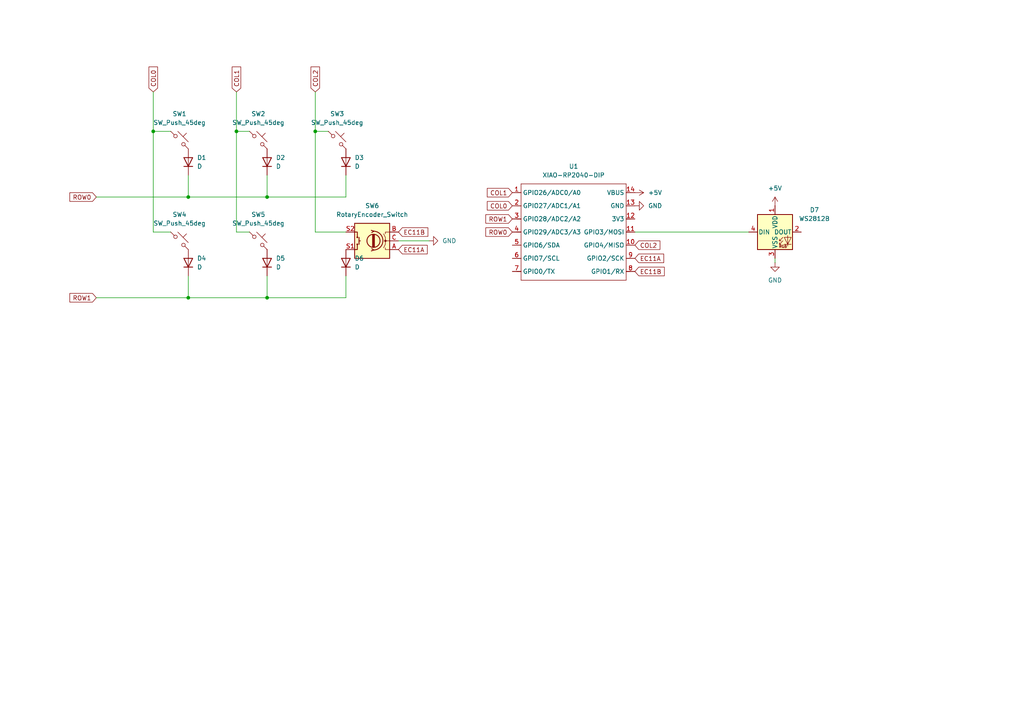
<source format=kicad_sch>
(kicad_sch (version 20250114) (generator "eeschema") (generator_version "9.0")
  (paper "A4")
  (lib_symbols
    (symbol "Device:D" (pin_numbers (hide yes)) (pin_names (offset 1.016) (hide yes))
      (property "Reference" "D" (at 0 2.54 0))
      (property "Value" "D" (at 0 -2.54 0))
      (symbol "D_0_1"
        (polyline (pts (xy -1.27 1.27) (xy -1.27 -1.27)) (stroke (width 0.254)))
        (polyline (pts (xy 1.27 1.27) (xy 1.27 -1.27) (xy -1.27 0) (xy 1.27 1.27)) (stroke (width 0.254)))
        (polyline (pts (xy 1.27 0) (xy -1.27 0)))
      )
      (symbol "D_1_1"
        (pin passive line (at -3.81 0 0) (length 2.54) (name "K") (number "1"))
        (pin passive line (at 3.81 0 180) (length 2.54) (name "A") (number "2"))
      )
    )
    (symbol "Device:RotaryEncoder_Switch" (pin_names (offset 0.254) (hide yes))
      (property "Reference" "SW" (at 0 6.604 0))
      (property "Value" "RotaryEncoder_Switch" (at 0 -6.604 0))
      (symbol "RotaryEncoder_Switch_0_1"
        (rectangle (start -5.08 5.08) (end 5.08 -5.08) (stroke (width 0.254)) (fill (type background)))
        (polyline (pts (xy -5.08 2.54) (xy -3.81 2.54) (xy -3.81 2.032)))
        (polyline (pts (xy -5.08 0) (xy -3.81 0) (xy -3.81 -1.016) (xy -3.302 -2.032)))
        (polyline (pts (xy -5.08 -2.54) (xy -3.81 -2.54) (xy -3.81 -2.032)))
        (polyline (pts (xy -4.318 0) (xy -3.81 0) (xy -3.81 1.016) (xy -3.302 2.032)))
        (circle (center -3.81 0) (radius 0.254) (fill (type outline)))
        (polyline (pts (xy -0.635 -1.778) (xy -0.635 1.778)) (stroke (width 0.254)))
        (circle (center -0.381 0) (radius 1.905) (stroke (width 0.254)))
        (polyline (pts (xy -0.381 -1.778) (xy -0.381 1.778)) (stroke (width 0.254)))
        (arc (start -0.381 -2.794) (mid -3.0988 -0.0635) (end -0.381 2.667) (stroke (width 0.254)))
        (polyline (pts (xy -0.127 1.778) (xy -0.127 -1.778)) (stroke (width 0.254)))
        (polyline (pts (xy 0.254 2.921) (xy -0.508 2.667) (xy 0.127 2.286)) (stroke (width 0.254)))
        (polyline (pts (xy 0.254 -3.048) (xy -0.508 -2.794) (xy 0.127 -2.413)) (stroke (width 0.254)))
        (polyline (pts (xy 3.81 1.016) (xy 3.81 -1.016)) (stroke (width 0.254)))
        (polyline (pts (xy 3.81 0) (xy 3.429 0)) (stroke (width 0.254)))
        (circle (center 4.318 1.016) (radius 0.127) (stroke (width 0.254)))
        (circle (center 4.318 -1.016) (radius 0.127) (stroke (width 0.254)))
        (polyline (pts (xy 5.08 2.54) (xy 4.318 2.54) (xy 4.318 1.016)) (stroke (width 0.254)))
        (polyline (pts (xy 5.08 -2.54) (xy 4.318 -2.54) (xy 4.318 -1.016)) (stroke (width 0.254)))
      )
      (symbol "RotaryEncoder_Switch_1_1"
        (pin passive line (at -7.62 2.54 0) (length 2.54) (name "A") (number "A"))
        (pin passive line (at -7.62 0 0) (length 2.54) (name "C") (number "C"))
        (pin passive line (at -7.62 -2.54 0) (length 2.54) (name "B") (number "B"))
        (pin passive line (at 7.62 2.54 180) (length 2.54) (name "S1") (number "S1"))
        (pin passive line (at 7.62 -2.54 180) (length 2.54) (name "S2") (number "S2"))
      )
    )
    (symbol "LED:WS2812B" (pin_names (offset 0.254))
      (property "Reference" "D" (at 5.08 5.715 0))
      (property "Value" "WS2812B" (at 1.27 -5.715 0))
      (symbol "WS2812B_0_0"
        (text "RGB" (at 2.286 -4.191 0) (effects (font (size 0.762 0.762))))
      )
      (symbol "WS2812B_0_1"
        (polyline (pts (xy 1.27 -2.54) (xy 1.778 -2.54)))
        (polyline (pts (xy 1.27 -3.556) (xy 1.778 -3.556)))
        (polyline (pts (xy 2.286 -1.524) (xy 1.27 -2.54) (xy 1.27 -2.032)))
        (polyline (pts (xy 2.286 -2.54) (xy 1.27 -3.556) (xy 1.27 -3.048)))
        (polyline (pts (xy 3.683 -1.016) (xy 3.683 -3.556) (xy 3.683 -4.064)))
        (polyline (pts (xy 4.699 -1.524) (xy 2.667 -1.524) (xy 3.683 -3.556) (xy 4.699 -1.524)))
        (polyline (pts (xy 4.699 -3.556) (xy 2.667 -3.556)))
        (rectangle (start 5.08 5.08) (end -5.08 -5.08) (stroke (width 0.254)) (fill (type background)))
      )
      (symbol "WS2812B_1_1"
        (pin input line (at -7.62 0 0) (length 2.54) (name "DIN") (number "4"))
        (pin power_in line (at 0 7.62 270) (length 2.54) (name "VDD") (number "1"))
        (pin power_in line (at 0 -7.62 90) (length 2.54) (name "VSS") (number "3"))
        (pin output line (at 7.62 0 180) (length 2.54) (name "DOUT") (number "2"))
      )
    )
    (symbol "Seeed_Studio_XIAO_Series:XIAO-RP2040-DIP"
      (property "Reference" "U" (at 0 0 0))
      (property "Value" "XIAO-RP2040-DIP" (at 5.334 -1.778 0))
      (symbol "XIAO-RP2040-DIP_1_0"
        (polyline (pts (xy -1.27 -2.54) (xy 29.21 -2.54)) (stroke (width 0.1524)))
        (polyline (pts (xy -1.27 -5.08) (xy -2.54 -5.08)) (stroke (width 0.1524)))
        (polyline (pts (xy -1.27 -5.08) (xy -1.27 -2.54)) (stroke (width 0.1524)))
        (polyline (pts (xy -1.27 -8.89) (xy -2.54 -8.89)) (stroke (width 0.1524)))
        (polyline (pts (xy -1.27 -8.89) (xy -1.27 -5.08)) (stroke (width 0.1524)))
        (polyline (pts (xy -1.27 -12.7) (xy -2.54 -12.7)) (stroke (width 0.1524)))
        (polyline (pts (xy -1.27 -12.7) (xy -1.27 -8.89)) (stroke (width 0.1524)))
        (polyline (pts (xy -1.27 -16.51) (xy -2.54 -16.51)) (stroke (width 0.1524)))
        (polyline (pts (xy -1.27 -16.51) (xy -1.27 -12.7)) (stroke (width 0.1524)))
        (polyline (pts (xy -1.27 -20.32) (xy -2.54 -20.32)) (stroke (width 0.1524)))
        (polyline (pts (xy -1.27 -24.13) (xy -2.54 -24.13)) (stroke (width 0.1524)))
        (polyline (pts (xy -1.27 -27.94) (xy -2.54 -27.94)) (stroke (width 0.1524)))
        (polyline (pts (xy -1.27 -30.48) (xy -1.27 -16.51)) (stroke (width 0.1524)))
        (polyline (pts (xy 29.21 -2.54) (xy 29.21 -5.08)) (stroke (width 0.1524)))
        (polyline (pts (xy 29.21 -5.08) (xy 29.21 -8.89)) (stroke (width 0.1524)))
        (polyline (pts (xy 29.21 -8.89) (xy 29.21 -12.7)) (stroke (width 0.1524)))
        (polyline (pts (xy 29.21 -12.7) (xy 29.21 -30.48)) (stroke (width 0.1524)))
        (polyline (pts (xy 29.21 -30.48) (xy -1.27 -30.48)) (stroke (width 0.1524)))
        (polyline (pts (xy 30.48 -5.08) (xy 29.21 -5.08)) (stroke (width 0.1524)))
        (polyline (pts (xy 30.48 -8.89) (xy 29.21 -8.89)) (stroke (width 0.1524)))
        (polyline (pts (xy 30.48 -12.7) (xy 29.21 -12.7)) (stroke (width 0.1524)))
        (polyline (pts (xy 30.48 -16.51) (xy 29.21 -16.51)) (stroke (width 0.1524)))
        (polyline (pts (xy 30.48 -20.32) (xy 29.21 -20.32)) (stroke (width 0.1524)))
        (polyline (pts (xy 30.48 -24.13) (xy 29.21 -24.13)) (stroke (width 0.1524)))
        (polyline (pts (xy 30.48 -27.94) (xy 29.21 -27.94)) (stroke (width 0.1524)))
        (pin passive line (at -3.81 -5.08 0) (length 2.54) (name "GPIO26/ADC0/A0") (number "1"))
        (pin passive line (at -3.81 -8.89 0) (length 2.54) (name "GPIO27/ADC1/A1") (number "2"))
        (pin passive line (at -3.81 -12.7 0) (length 2.54) (name "GPIO28/ADC2/A2") (number "3"))
        (pin passive line (at -3.81 -16.51 0) (length 2.54) (name "GPIO29/ADC3/A3") (number "4"))
        (pin passive line (at -3.81 -20.32 0) (length 2.54) (name "GPIO6/SDA") (number "5"))
        (pin passive line (at -3.81 -24.13 0) (length 2.54) (name "GPIO7/SCL") (number "6"))
        (pin passive line (at -3.81 -27.94 0) (length 2.54) (name "GPIO0/TX") (number "7"))
        (pin passive line (at 31.75 -5.08 180) (length 2.54) (name "VBUS") (number "14"))
        (pin passive line (at 31.75 -8.89 180) (length 2.54) (name "GND") (number "13"))
        (pin passive line (at 31.75 -12.7 180) (length 2.54) (name "3V3") (number "12"))
        (pin passive line (at 31.75 -16.51 180) (length 2.54) (name "GPIO3/MOSI") (number "11"))
        (pin passive line (at 31.75 -20.32 180) (length 2.54) (name "GPIO4/MISO") (number "10"))
        (pin passive line (at 31.75 -24.13 180) (length 2.54) (name "GPIO2/SCK") (number "9"))
        (pin passive line (at 31.75 -27.94 180) (length 2.54) (name "GPIO1/RX") (number "8"))
      )
    )
    (symbol "Switch:SW_Push_45deg" (pin_numbers (hide yes)) (pin_names (offset 1.016) (hide yes))
      (property "Reference" "SW" (at 3.048 1.016 0))
      (property "Value" "SW_Push_45deg" (at 0 -3.81 0))
      (symbol "SW_Push_45deg_0_1"
        (polyline (pts (xy -2.54 2.54) (xy -1.524 1.524) (xy -1.524 1.524)))
        (circle (center -1.1684 1.1684) (radius 0.508))
        (polyline (pts (xy -0.508 2.54) (xy 2.54 -0.508)))
        (polyline (pts (xy 1.016 1.016) (xy 2.032 2.032)))
        (circle (center 1.143 -1.1938) (radius 0.508))
        (polyline (pts (xy 1.524 -1.524) (xy 2.54 -2.54) (xy 2.54 -2.54) (xy 2.54 -2.54)))
        (pin passive line (at -2.54 2.54 0) (length 0) (name "1") (number "1"))
        (pin passive line (at 2.54 -2.54 180) (length 0) (name "2") (number "2"))
      )
    )
    (symbol "power:+5V" (power) (pin_numbers (hide yes)) (pin_names (offset 0) (hide yes))
      (property "Value" "+5V" (at 0 3.556 0))
      (symbol "+5V_0_1"
        (polyline (pts (xy -0.762 1.27) (xy 0 2.54)))
        (polyline (pts (xy 0 2.54) (xy 0.762 1.27)))
        (polyline (pts (xy 0 0) (xy 0 2.54)))
      )
      (symbol "+5V_1_1"
        (pin power_in line (at 0 0 90) (length 0) (name "~") (number "1"))
      )
    )
    (symbol "power:GND" (power) (pin_numbers (hide yes)) (pin_names (offset 0) (hide yes))
      (property "Value" "GND" (at 0 -3.81 0))
      (symbol "GND_0_1"
        (polyline (pts (xy 0 0) (xy 0 -1.27) (xy 1.27 -1.27) (xy 0 -2.54) (xy -1.27 -1.27) (xy 0 -1.27)))
      )
      (symbol "GND_1_1"
        (pin power_in line (at 0 0 270) (length 0) (name "~") (number "1"))
      )
    )
  )
  (junction (at 54.61 86.36))
  (junction (at 77.47 57.15))
  (junction (at 91.44 38.1))
  (junction (at 44.45 38.1))
  (junction (at 77.47 86.36))
  (junction (at 68.58 38.1))
  (junction (at 54.61 57.15))
  (wire (pts (xy 77.47 57.15) (xy 100.33 57.15)))
  (wire (pts (xy 100.33 86.36) (xy 100.33 80.01)))
  (wire (pts (xy 100.33 57.15) (xy 100.33 50.8)))
  (wire (pts (xy 68.58 67.31) (xy 72.39 67.31)))
  (wire (pts (xy 44.45 38.1) (xy 44.45 67.31)))
  (wire (pts (xy 77.47 86.36) (xy 54.61 86.36)))
  (wire (pts (xy 68.58 38.1) (xy 72.39 38.1)))
  (wire (pts (xy 68.58 26.67) (xy 68.58 38.1)))
  (wire (pts (xy 44.45 26.67) (xy 44.45 38.1)))
  (wire (pts (xy 54.61 86.36) (xy 27.94 86.36)))
  (wire (pts (xy 224.79 74.93) (xy 224.79 76.2)))
  (wire (pts (xy 54.61 57.15) (xy 27.94 57.15)))
  (wire (pts (xy 91.44 67.31) (xy 100.33 67.31)))
  (wire (pts (xy 124.46 69.85) (xy 115.57 69.85)))
  (wire (pts (xy 54.61 80.01) (xy 54.61 86.36)))
  (wire (pts (xy 44.45 38.1) (xy 49.53 38.1)))
  (wire (pts (xy 44.45 67.31) (xy 49.53 67.31)))
  (wire (pts (xy 91.44 38.1) (xy 91.44 67.31)))
  (wire (pts (xy 91.44 38.1) (xy 95.25 38.1)))
  (wire (pts (xy 68.58 38.1) (xy 68.58 67.31)))
  (wire (pts (xy 77.47 57.15) (xy 77.47 50.8)))
  (wire (pts (xy 77.47 86.36) (xy 100.33 86.36)))
  (wire (pts (xy 184.15 67.31) (xy 217.17 67.31)))
  (wire (pts (xy 91.44 26.67) (xy 91.44 38.1)))
  (wire (pts (xy 54.61 57.15) (xy 77.47 57.15)))
  (wire (pts (xy 77.47 80.01) (xy 77.47 86.36)))
  (wire (pts (xy 54.61 50.8) (xy 54.61 57.15)))
  (global_label "COL2" (shape input) (at 91.44 26.67 90) (property "Intersheetrefs" "${INTERSHEET_REFS}" (effects (hide yes))))
  (global_label "ROW1" (shape input) (at 148.59 63.5 180) (property "Intersheetrefs" "${INTERSHEET_REFS}" (effects (hide yes))))
  (global_label "ROW0" (shape input) (at 27.94 57.15 180) (property "Intersheetrefs" "${INTERSHEET_REFS}" (effects (hide yes))))
  (global_label "COL0" (shape input) (at 44.45 26.67 90) (property "Intersheetrefs" "${INTERSHEET_REFS}" (effects (hide yes))))
  (global_label "EC11B" (shape input) (at 115.57 67.31 0) (property "Intersheetrefs" "${INTERSHEET_REFS}" (effects (hide yes))))
  (global_label "ROW0" (shape input) (at 148.59 67.31 180) (property "Intersheetrefs" "${INTERSHEET_REFS}" (effects (hide yes))))
  (global_label "EC11B" (shape input) (at 184.15 78.74 0) (property "Intersheetrefs" "${INTERSHEET_REFS}" (effects (hide yes))))
  (global_label "COL1" (shape input) (at 148.59 55.88 180) (property "Intersheetrefs" "${INTERSHEET_REFS}" (effects (hide yes))))
  (global_label "COL2" (shape input) (at 184.15 71.12 0) (property "Intersheetrefs" "${INTERSHEET_REFS}" (effects (hide yes))))
  (global_label "ROW1" (shape input) (at 27.94 86.36 180) (property "Intersheetrefs" "${INTERSHEET_REFS}" (effects (hide yes))))
  (global_label "EC11A" (shape input) (at 184.15 74.93 0) (property "Intersheetrefs" "${INTERSHEET_REFS}" (effects (hide yes))))
  (global_label "COL0" (shape input) (at 148.59 59.69 180) (property "Intersheetrefs" "${INTERSHEET_REFS}" (effects (hide yes))))
  (global_label "EC11A" (shape input) (at 115.57 72.39 0) (property "Intersheetrefs" "${INTERSHEET_REFS}" (effects (hide yes))))
  (global_label "COL1" (shape input) (at 68.58 26.67 90) (property "Intersheetrefs" "${INTERSHEET_REFS}" (effects (hide yes))))
  (symbol (lib_id "Device:D") (at 54.61 76.2 90) (unit 1)
    (property "Reference" "D4" (at 57.15 74.9299 90) (effects (justify right)))
    (property "Value" "D" (at 57.15 77.4699 90) (effects (justify right)))
    (property "Footprint" "Diode_THT:D_DO-35_SOD27_P7.62mm_Horizontal" (effects (hide yes)))
    (property "Description" "Diode" (effects (hide yes)))
    (property "Sim.Device" "D" (effects (hide yes)))
    (property "Sim.Pins" "1=K 2=A" (effects (hide yes)))
  )
  (symbol (lib_id "Device:D") (at 77.47 76.2 90) (unit 1)
    (property "Reference" "D5" (at 80.01 74.9299 90) (effects (justify right)))
    (property "Value" "D" (at 80.01 77.4699 90) (effects (justify right)))
    (property "Footprint" "Diode_THT:D_DO-35_SOD27_P7.62mm_Horizontal" (effects (hide yes)))
    (property "Description" "Diode" (effects (hide yes)))
    (property "Sim.Device" "D" (effects (hide yes)))
    (property "Sim.Pins" "1=K 2=A" (effects (hide yes)))
  )
  (symbol (lib_id "Device:D") (at 77.47 46.99 90) (unit 1)
    (property "Reference" "D2" (at 80.01 45.7199 90) (effects (justify right)))
    (property "Value" "D" (at 80.01 48.2599 90) (effects (justify right)))
    (property "Footprint" "Diode_THT:D_DO-35_SOD27_P7.62mm_Horizontal" (effects (hide yes)))
    (property "Description" "Diode" (effects (hide yes)))
    (property "Sim.Device" "D" (effects (hide yes)))
    (property "Sim.Pins" "1=K 2=A" (effects (hide yes)))
  )
  (symbol (lib_id "Switch:SW_Push_45deg") (at 74.93 69.85 0) (unit 1)
    (property "Reference" "SW5" (at 74.93 62.23 0))
    (property "Value" "SW_Push_45deg" (at 74.93 64.77 0))
    (property "Footprint" "MX_Solderable:MX-Solderable-1U" (effects (hide yes)))
    (property "Description" "Push button switch, normally open, two pins, 45° tilted" (effects (hide yes)))
  )
  (symbol (lib_id "power:GND") (at 184.15 59.69 90) (unit 1)
    (property "Reference" "#PWR02" (effects (hide yes)))
    (property "Value" "GND" (at 187.96 59.6899 90) (effects (justify right)))
    (property "Description" "Power symbol creates a global label with name \"GND\" , ground" (effects (hide yes)))
  )
  (symbol (lib_id "Switch:SW_Push_45deg") (at 52.07 69.85 0) (unit 1)
    (property "Reference" "SW4" (at 52.07 62.23 0))
    (property "Value" "SW_Push_45deg" (at 52.07 64.77 0))
    (property "Footprint" "MX_Solderable:MX-Solderable-1U" (effects (hide yes)))
    (property "Description" "Push button switch, normally open, two pins, 45° tilted" (effects (hide yes)))
  )
  (symbol (lib_id "power:GND") (at 124.46 69.85 90) (unit 1)
    (property "Reference" "#PWR03" (effects (hide yes)))
    (property "Value" "GND" (at 128.27 69.8499 90) (effects (justify right)))
    (property "Description" "Power symbol creates a global label with name \"GND\" , ground" (effects (hide yes)))
  )
  (symbol (lib_id "power:GND") (at 224.79 76.2 0) (unit 1)
    (property "Reference" "#PWR01" (effects (hide yes)))
    (property "Value" "GND" (at 224.79 81.28 0))
    (property "Description" "Power symbol creates a global label with name \"GND\" , ground" (effects (hide yes)))
  )
  (symbol (lib_id "Device:D") (at 54.61 46.99 90) (unit 1)
    (property "Reference" "D1" (at 57.15 45.7199 90) (effects (justify right)))
    (property "Value" "D" (at 57.15 48.2599 90) (effects (justify right)))
    (property "Footprint" "Diode_THT:D_DO-35_SOD27_P7.62mm_Horizontal" (effects (hide yes)))
    (property "Description" "Diode" (effects (hide yes)))
    (property "Sim.Device" "D" (effects (hide yes)))
    (property "Sim.Pins" "1=K 2=A" (effects (hide yes)))
  )
  (symbol (lib_id "Device:D") (at 100.33 46.99 90) (unit 1)
    (property "Reference" "D3" (at 102.87 45.7199 90) (effects (justify right)))
    (property "Value" "D" (at 102.87 48.2599 90) (effects (justify right)))
    (property "Footprint" "Diode_THT:D_DO-35_SOD27_P7.62mm_Horizontal" (effects (hide yes)))
    (property "Description" "Diode" (effects (hide yes)))
    (property "Sim.Device" "D" (effects (hide yes)))
    (property "Sim.Pins" "1=K 2=A" (effects (hide yes)))
  )
  (symbol (lib_id "Device:D") (at 100.33 76.2 90) (unit 1)
    (property "Reference" "D6" (at 102.87 74.9299 90) (effects (justify right)))
    (property "Value" "D" (at 102.87 77.4699 90) (effects (justify right)))
    (property "Footprint" "Diode_THT:D_DO-35_SOD27_P7.62mm_Horizontal" (effects (hide yes)))
    (property "Description" "Diode" (effects (hide yes)))
    (property "Sim.Device" "D" (effects (hide yes)))
    (property "Sim.Pins" "1=K 2=A" (effects (hide yes)))
  )
  (symbol (lib_id "Device:RotaryEncoder_Switch") (at 107.95 69.85 180) (unit 1)
    (property "Reference" "SW6" (at 107.95 59.69 0))
    (property "Value" "RotaryEncoder_Switch" (at 107.95 62.23 0))
    (property "Footprint" "Rotary_Encoder:RotaryEncoder_Alps_EC11E-Switch_Vertical_H20mm" (effects (hide yes)))
    (property "Description" "Rotary encoder, dual channel, incremental quadrate outputs, with switch" (effects (hide yes)))
  )
  (symbol (lib_id "Switch:SW_Push_45deg") (at 74.93 40.64 0) (unit 1)
    (property "Reference" "SW2" (at 74.93 33.02 0))
    (property "Value" "SW_Push_45deg" (at 74.93 35.56 0))
    (property "Footprint" "MX_Solderable:MX-Solderable-1U" (effects (hide yes)))
    (property "Description" "Push button switch, normally open, two pins, 45° tilted" (effects (hide yes)))
  )
  (symbol (lib_id "LED:WS2812B") (at 224.79 67.31 0) (unit 1)
    (property "Reference" "D7" (at 236.22 60.8898 0))
    (property "Value" "WS2812B" (at 236.22 63.4298 0))
    (property "Footprint" "LED_SMD:LED_WS2812B_PLCC4_5.0x5.0mm_P3.2mm" (effects (hide yes)))
    (property "Datasheet" "https://cdn-shop.adafruit.com/datasheets/WS2812B.pdf" (effects (hide yes)))
    (property "Description" "RGB LED with integrated controller" (effects (hide yes)))
  )
  (symbol (lib_id "power:+5V") (at 224.79 59.69 0) (unit 1)
    (property "Reference" "#PWR05" (effects (hide yes)))
    (property "Value" "+5V" (at 224.79 54.61 0))
    (property "Description" "Power symbol creates a global label with name \"+5V\"" (effects (hide yes)))
  )
  (symbol (lib_id "Switch:SW_Push_45deg") (at 97.79 40.64 0) (unit 1)
    (property "Reference" "SW3" (at 97.79 33.02 0))
    (property "Value" "SW_Push_45deg" (at 97.79 35.56 0))
    (property "Footprint" "MX_Solderable:MX-Solderable-1U" (effects (hide yes)))
    (property "Description" "Push button switch, normally open, two pins, 45° tilted" (effects (hide yes)))
  )
  (symbol (lib_id "Seeed_Studio_XIAO_Series:XIAO-RP2040-DIP") (at 152.4 50.8 0) (unit 1)
    (property "Reference" "U1" (at 166.37 48.26 0))
    (property "Value" "XIAO-RP2040-DIP" (at 166.37 50.8 0))
    (property "Footprint" "Seeed Studio XIAO Series Library:XIAO-RP2040-DIP" (effects (hide yes)))
  )
  (symbol (lib_id "Switch:SW_Push_45deg") (at 52.07 40.64 0) (unit 1)
    (property "Reference" "SW1" (at 52.07 33.02 0))
    (property "Value" "SW_Push_45deg" (at 52.07 35.56 0))
    (property "Footprint" "MX_Solderable:MX-Solderable-1U" (effects (hide yes)))
    (property "Description" "Push button switch, normally open, two pins, 45° tilted" (effects (hide yes)))
  )
  (symbol (lib_id "power:+5V") (at 184.15 55.88 270) (unit 1)
    (property "Reference" "#PWR04" (effects (hide yes)))
    (property "Value" "+5V" (at 187.96 55.8799 90) (effects (justify left)))
    (property "Description" "Power symbol creates a global label with name \"+5V\"" (effects (hide yes)))
  )
)
</source>
